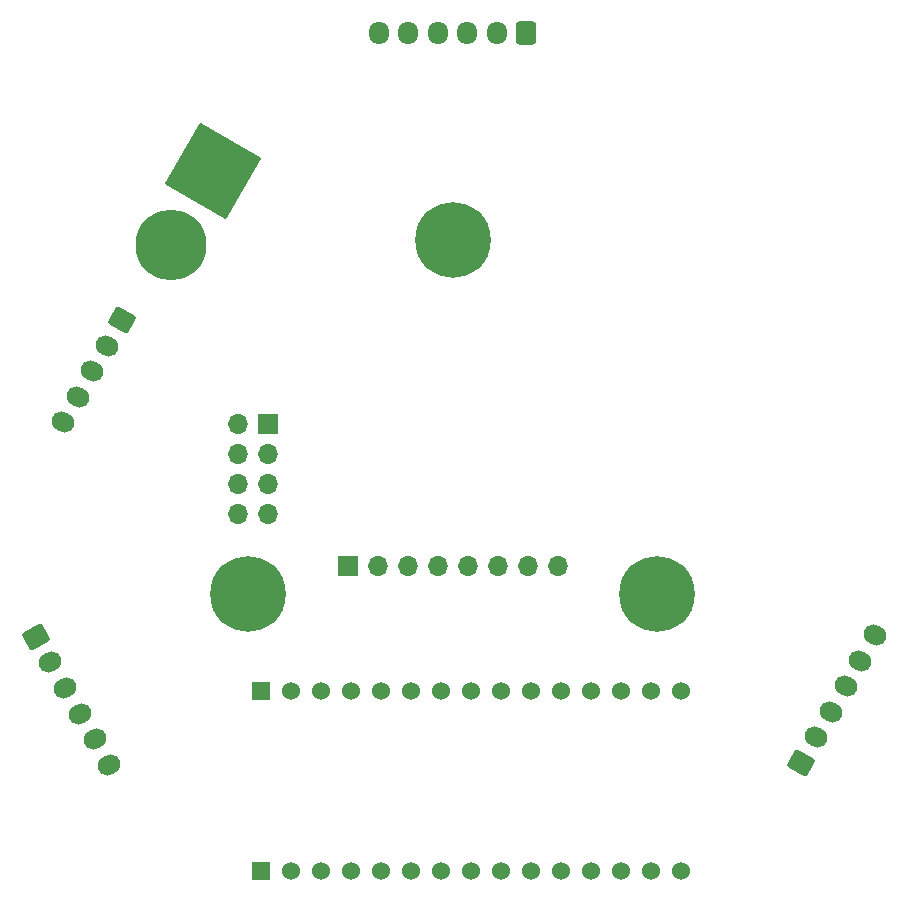
<source format=gbr>
%TF.GenerationSoftware,KiCad,Pcbnew,6.0.8-f2edbf62ab~116~ubuntu22.04.1*%
%TF.CreationDate,2022-10-25T14:13:26+02:00*%
%TF.ProjectId,holonomeRobot_alpha,686f6c6f-6e6f-46d6-9552-6f626f745f61,rev?*%
%TF.SameCoordinates,Original*%
%TF.FileFunction,Soldermask,Bot*%
%TF.FilePolarity,Negative*%
%FSLAX46Y46*%
G04 Gerber Fmt 4.6, Leading zero omitted, Abs format (unit mm)*
G04 Created by KiCad (PCBNEW 6.0.8-f2edbf62ab~116~ubuntu22.04.1) date 2022-10-25 14:13:26*
%MOMM*%
%LPD*%
G01*
G04 APERTURE LIST*
G04 Aperture macros list*
%AMRoundRect*
0 Rectangle with rounded corners*
0 $1 Rounding radius*
0 $2 $3 $4 $5 $6 $7 $8 $9 X,Y pos of 4 corners*
0 Add a 4 corners polygon primitive as box body*
4,1,4,$2,$3,$4,$5,$6,$7,$8,$9,$2,$3,0*
0 Add four circle primitives for the rounded corners*
1,1,$1+$1,$2,$3*
1,1,$1+$1,$4,$5*
1,1,$1+$1,$6,$7*
1,1,$1+$1,$8,$9*
0 Add four rect primitives between the rounded corners*
20,1,$1+$1,$2,$3,$4,$5,0*
20,1,$1+$1,$4,$5,$6,$7,0*
20,1,$1+$1,$6,$7,$8,$9,0*
20,1,$1+$1,$8,$9,$2,$3,0*%
%AMHorizOval*
0 Thick line with rounded ends*
0 $1 width*
0 $2 $3 position (X,Y) of the first rounded end (center of the circle)*
0 $4 $5 position (X,Y) of the second rounded end (center of the circle)*
0 Add line between two ends*
20,1,$1,$2,$3,$4,$5,0*
0 Add two circle primitives to create the rounded ends*
1,1,$1,$2,$3*
1,1,$1,$4,$5*%
%AMRotRect*
0 Rectangle, with rotation*
0 The origin of the aperture is its center*
0 $1 length*
0 $2 width*
0 $3 Rotation angle, in degrees counterclockwise*
0 Add horizontal line*
21,1,$1,$2,0,0,$3*%
G04 Aperture macros list end*
%ADD10RoundRect,0.250000X-0.927868X0.157115X-0.327868X-0.882115X0.927868X-0.157115X0.327868X0.882115X0*%
%ADD11HorizOval,1.700000X-0.108253X-0.062500X0.108253X0.062500X0*%
%ADD12C,6.000000*%
%ADD13RotRect,6.000000X6.000000X240.000000*%
%ADD14RoundRect,0.250000X0.600000X0.725000X-0.600000X0.725000X-0.600000X-0.725000X0.600000X-0.725000X0*%
%ADD15O,1.700000X1.950000*%
%ADD16C,6.400000*%
%ADD17R,1.530000X1.530000*%
%ADD18C,1.530000*%
%ADD19R,1.700000X1.700000*%
%ADD20O,1.700000X1.700000*%
%ADD21RoundRect,0.250000X0.327868X-0.882115X0.927868X0.157115X-0.327868X0.882115X-0.927868X-0.157115X0*%
%ADD22HorizOval,1.700000X-0.108253X0.062500X0.108253X-0.062500X0*%
%ADD23RoundRect,0.250000X-0.327868X0.882115X-0.927868X-0.157115X0.327868X-0.882115X0.927868X0.157115X0*%
G04 APERTURE END LIST*
D10*
%TO.C,J4*%
X91694000Y-115189000D03*
D11*
X92944000Y-117354064D03*
X94194000Y-119519127D03*
X95444000Y-121684191D03*
X96694000Y-123849254D03*
X97944000Y-126014318D03*
%TD*%
D12*
%TO.C,J1*%
X103124000Y-81991200D03*
D13*
X106724000Y-75755818D03*
%TD*%
D14*
%TO.C,J3*%
X133250000Y-64029000D03*
D15*
X130750000Y-64029000D03*
X128250000Y-64029000D03*
X125750000Y-64029000D03*
X123250000Y-64029000D03*
X120750000Y-64029000D03*
%TD*%
D16*
%TO.C,H3*%
X109679490Y-111600000D03*
%TD*%
D17*
%TO.C,U3*%
X110785000Y-135054500D03*
D18*
X113325000Y-135054500D03*
X115865000Y-135054500D03*
X115865000Y-119814500D03*
X113325000Y-119814500D03*
X118405000Y-135054500D03*
X120945000Y-135054500D03*
X123485000Y-135054500D03*
X126025000Y-135054500D03*
X128565000Y-135054500D03*
X131105000Y-135054500D03*
X133645000Y-135054500D03*
X136185000Y-135054500D03*
X138725000Y-135054500D03*
X141265000Y-135054500D03*
X143805000Y-135054500D03*
X146345000Y-135054500D03*
D17*
X110785000Y-119814500D03*
D18*
X118405000Y-119814500D03*
X120945000Y-119814500D03*
X123485000Y-119814500D03*
X126025000Y-119814500D03*
X128565000Y-119814500D03*
X131105000Y-119814500D03*
X133645000Y-119814500D03*
X136185000Y-119814500D03*
X138725000Y-119814500D03*
X141265000Y-119814500D03*
X143805000Y-119814500D03*
X146345000Y-119814500D03*
%TD*%
D19*
%TO.C,J6*%
X111373600Y-97139600D03*
D20*
X108833600Y-97139600D03*
X111373600Y-99679600D03*
X108833600Y-99679600D03*
X111373600Y-102219600D03*
X108833600Y-102219600D03*
X111373600Y-104759600D03*
X108833600Y-104759600D03*
%TD*%
D16*
%TO.C,H2*%
X144320510Y-111600000D03*
%TD*%
D21*
%TO.C,J7*%
X156524000Y-125875191D03*
D22*
X157774000Y-123710127D03*
X159024000Y-121545064D03*
X160274000Y-119380000D03*
X161524000Y-117214937D03*
X162774000Y-115049873D03*
%TD*%
D16*
%TO.C,H1*%
X127000000Y-81600000D03*
%TD*%
D23*
%TO.C,J2*%
X99006044Y-88361709D03*
D22*
X97756044Y-90526773D03*
X96506044Y-92691836D03*
X95256044Y-94856900D03*
X94006044Y-97021963D03*
%TD*%
D19*
%TO.C,J5*%
X118110000Y-109200000D03*
D20*
X120650000Y-109200000D03*
X123190000Y-109200000D03*
X125730000Y-109200000D03*
X128270000Y-109200000D03*
X130810000Y-109200000D03*
X133350000Y-109200000D03*
X135890000Y-109200000D03*
%TD*%
M02*

</source>
